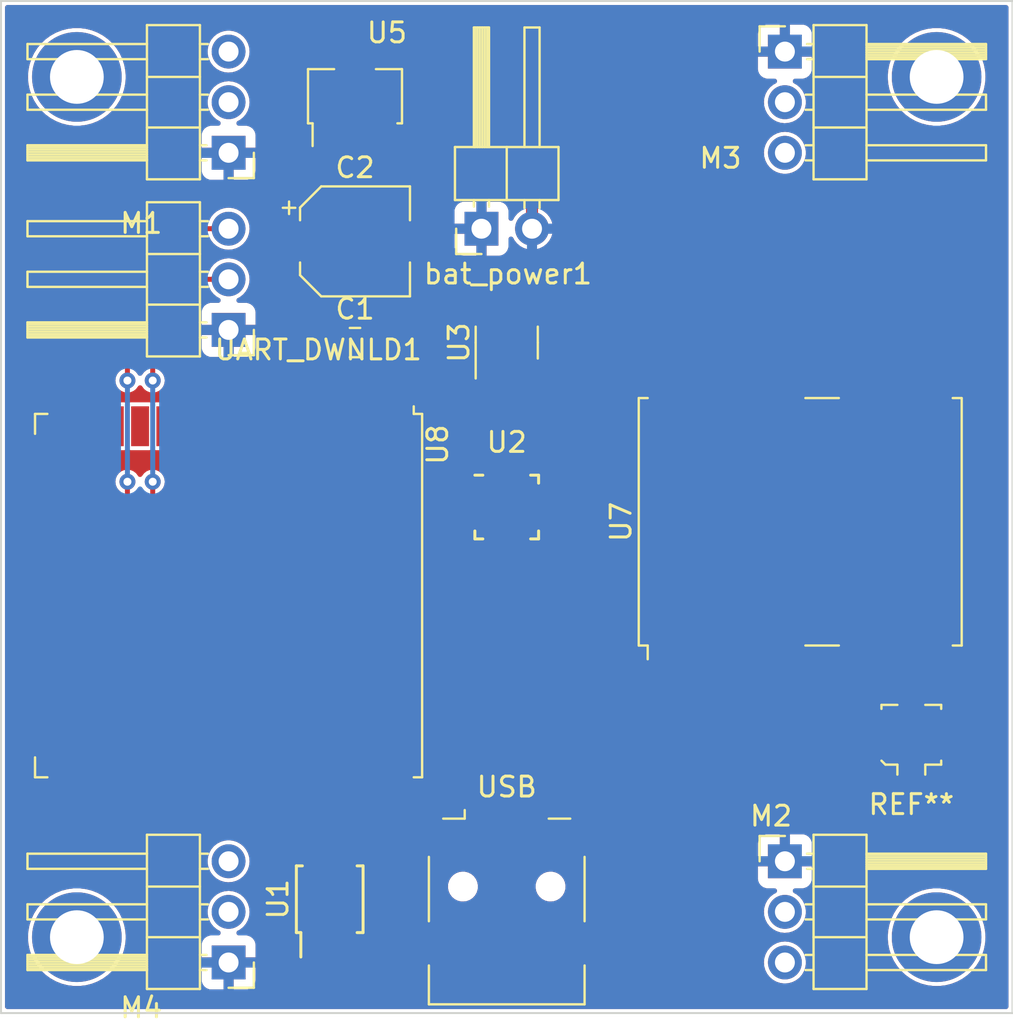
<source format=kicad_pcb>
(kicad_pcb (version 20211014) (generator pcbnew)
  (layers (0 "F.Cu" signal) (31 "B.Cu" signal) (34 "B.Paste" user) (35 "F.Paste" user) (36 "B.SilkS" user "B.Silkscreen") (37 "F.SilkS" user "F.Silkscreen") (38 "B.Mask" user) (39 "F.Mask" user) (44 "Edge.Cuts" user))
  (net 0 "")
  (net 6 "+3V3")
  (net 7 "GND")
  (net 17 "Net-(U7-Pad10)")
  (net 65 "v_bat")
  (net 66 "M1")
  (net 67 "M2")
  (net 68 "M3")
  (net 69 "M4")
  (net 70 "USB+")
  (net 71 "USB-")
  (net 72 "RX")
  (net 73 "TX")
  (net 91 "Net-(U2-Pad18)")
  (footprint "Connector_PinHeader_2.54mm:PinHeader_1x03_P2.54mm_Horizontal" (layer "F.Cu") (at 113.03 33.02 180)
    (fp_text reference "M1" (at 4.385 -3.54) (layer "F.SilkS"))
    (fp_text value "Conn_01x03")
    (fp_line (start 10.1 2.16) (end 10.1 2.92) (layer "F.SilkS") (width 0.12))
    (fp_line (start 4.1 -1.33) (end 1.44 -1.33) (layer "F.SilkS") (width 0.12))
    (fp_line (start 4.1 6.41) (end 4.1 -1.33) (layer "F.SilkS") (width 0.12))
    (fp_line (start 1.042929 2.92) (end 1.44 2.92) (layer "F.SilkS") (width 0.12))
    (fp_line (start 4.1 2.16) (end 10.1 2.16) (layer "F.SilkS") (width 0.12))
    (fp_line (start 1.11 0.38) (end 1.44 0.38) (layer "F.SilkS") (width 0.12))
    (fp_line (start 4.1 0.16) (end 10.1 0.16) (layer "F.SilkS") (width 0.12))
    (fp_line (start 10.1 2.92) (end 4.1 2.92) (layer "F.SilkS") (width 0.12))
    (fp_line (start 4.1 4.7) (end 10.1 4.7) (layer "F.SilkS") (width 0.12))
    (fp_line (start 1.042929 5.46) (end 1.44 5.46) (layer "F.SilkS") (width 0.12))
    (fp_line (start 10.1 5.46) (end 4.1 5.46) (layer "F.SilkS") (width 0.12))
    (fp_line (start 1.44 6.41) (end 4.1 6.41) (layer "F.SilkS") (width 0.12))
    (fp_line (start -1.27 -1.27) (end 0 -1.27) (layer "F.SilkS") (width 0.12))
    (fp_line (start 10.1 0.38) (end 4.1 0.38) (layer "F.SilkS") (width 0.12))
    (fp_line (start 4.1 0.28) (end 10.1 0.28) (layer "F.SilkS") (width 0.12))
    (fp_line (start 10.1 -0.38) (end 10.1 0.38) (layer "F.SilkS") (width 0.12))
    (fp_line (start 4.1 -0.38) (end 10.1 -0.38) (layer "F.SilkS") (width 0.12))
    (fp_line (start 1.44 1.27) (end 4.1 1.27) (layer "F.SilkS") (width 0.12))
    (fp_line (start 4.1 -0.08) (end 10.1 -0.08) (layer "F.SilkS") (width 0.12))
    (fp_line (start 4.1 0.04) (end 10.1 0.04) (layer "F.SilkS") (width 0.12))
    (fp_line (start 1.44 3.81) (end 4.1 3.81) (layer "F.SilkS") (width 0.12))
    (fp_line (start 4.1 -0.2) (end 10.1 -0.2) (layer "F.SilkS") (width 0.12))
    (fp_line (start 1.042929 4.7) (end 1.44 4.7) (layer "F.SilkS") (width 0.12))
    (fp_line (start 4.1 -0.32) (end 10.1 -0.32) (layer "F.SilkS") (width 0.12))
    (fp_line (start 10.1 4.7) (end 10.1 5.46) (layer "F.SilkS") (width 0.12))
    (fp_line (start 1.042929 2.16) (end 1.44 2.16) (layer "F.SilkS") (width 0.12))
    (fp_line (start 1.44 -1.33) (end 1.44 6.41) (layer "F.SilkS") (width 0.12))
    (fp_line (start -1.27 0) (end -1.27 -1.27) (layer "F.SilkS") (width 0.12))
    (fp_line (start 1.11 -0.38) (end 1.44 -0.38) (layer "F.SilkS") (width 0.12))
    (pad "1" thru_hole rect (at 0 0 180) (size 1.7 1.7) (drill 1) (layers *.Cu *.Mask) (net 7 "GND"))
    (pad "2" thru_hole oval (at 0 2.54 180) (size 1.7 1.7) (drill 1) (layers *.Cu *.Mask))
    (pad "3" thru_hole oval (at 0 5.08 180) (size 1.7 1.7) (drill 1) (layers *.Cu *.Mask) (net 66 "M1"))
  )
  (footprint "Connector_PinHeader_2.54mm:PinHeader_1x03_P2.54mm_Horizontal" (layer "F.Cu") (at 113.03 73.66 180)
    (fp_text reference "M4" (at 4.385 -2.27) (layer "F.SilkS"))
    (fp_text value "Conn_01x03")
    (fp_line (start 4.1 0.28) (end 10.1 0.28) (layer "F.SilkS") (width 0.12))
    (fp_line (start -1.27 0) (end -1.27 -1.27) (layer "F.SilkS") (width 0.12))
    (fp_line (start 1.042929 5.46) (end 1.44 5.46) (layer "F.SilkS") (width 0.12))
    (fp_line (start 10.1 0.38) (end 4.1 0.38) (layer "F.SilkS") (width 0.12))
    (fp_line (start 1.042929 4.7) (end 1.44 4.7) (layer "F.SilkS") (width 0.12))
    (fp_line (start 10.1 2.16) (end 10.1 2.92) (layer "F.SilkS") (width 0.12))
    (fp_line (start 1.44 6.41) (end 4.1 6.41) (layer "F.SilkS") (width 0.12))
    (fp_line (start 10.1 5.46) (end 4.1 5.46) (layer "F.SilkS") (width 0.12))
    (fp_line (start 1.11 -0.38) (end 1.44 -0.38) (layer "F.SilkS") (width 0.12))
    (fp_line (start 4.1 -0.2) (end 10.1 -0.2) (layer "F.SilkS") (width 0.12))
    (fp_line (start 4.1 -0.32) (end 10.1 -0.32) (layer "F.SilkS") (width 0.12))
    (fp_line (start 1.44 -1.33) (end 1.44 6.41) (layer "F.SilkS") (width 0.12))
    (fp_line (start -1.27 -1.27) (end 0 -1.27) (layer "F.SilkS") (width 0.12))
    (fp_line (start 4.1 2.16) (end 10.1 2.16) (layer "F.SilkS") (width 0.12))
    (fp_line (start 4.1 -1.33) (end 1.44 -1.33) (layer "F.SilkS") (width 0.12))
    (fp_line (start 10.1 4.7) (end 10.1 5.46) (layer "F.SilkS") (width 0.12))
    (fp_line (start 4.1 0.16) (end 10.1 0.16) (layer "F.SilkS") (width 0.12))
    (fp_line (start 1.44 1.27) (end 4.1 1.27) (layer "F.SilkS") (width 0.12))
    (fp_line (start 4.1 4.7) (end 10.1 4.7) (layer "F.SilkS") (width 0.12))
    (fp_line (start 10.1 2.92) (end 4.1 2.92) (layer "F.SilkS") (width 0.12))
    (fp_line (start 4.1 0.04) (end 10.1 0.04) (layer "F.SilkS") (width 0.12))
    (fp_line (start 4.1 -0.08) (end 10.1 -0.08) (layer "F.SilkS") (width 0.12))
    (fp_line (start 1.11 0.38) (end 1.44 0.38) (layer "F.SilkS") (width 0.12))
    (fp_line (start 10.1 -0.38) (end 10.1 0.38) (layer "F.SilkS") (width 0.12))
    (fp_line (start 1.44 3.81) (end 4.1 3.81) (layer "F.SilkS") (width 0.12))
    (fp_line (start 4.1 -0.38) (end 10.1 -0.38) (layer "F.SilkS") (width 0.12))
    (fp_line (start 1.042929 2.92) (end 1.44 2.92) (layer "F.SilkS") (width 0.12))
    (fp_line (start 1.042929 2.16) (end 1.44 2.16) (layer "F.SilkS") (width 0.12))
    (fp_line (start 4.1 6.41) (end 4.1 -1.33) (layer "F.SilkS") (width 0.12))
    (pad "1" thru_hole rect (at 0 0 180) (size 1.7 1.7) (drill 1) (layers *.Cu *.Mask) (net 7 "GND"))
    (pad "2" thru_hole oval (at 0 2.54 180) (size 1.7 1.7) (drill 1) (layers *.Cu *.Mask))
    (pad "3" thru_hole oval (at 0 5.08 180) (size 1.7 1.7) (drill 1) (layers *.Cu *.Mask) (net 69 "M4"))
  )
  (footprint "RF_Module:ESP32-WROOM-32U" (layer "F.Cu") (at 113.03 55.245 -90)
    (fp_text reference "U8" (at -7.58 -10.5 90) (layer "F.SilkS"))
    (fp_text value "ESP32-WROOM-32U")
    (fp_line (start 9.12 9.1) (end 9.12 9.72) (layer "F.SilkS") (width 0.12))
    (fp_line (start -9.12 -9.72) (end -9.12 -9.3) (layer "F.SilkS") (width 0.12))
    (fp_line (start 9.12 9.72) (end 8.12 9.72) (layer "F.SilkS") (width 0.12))
    (fp_line (start -9.12 9.72) (end -8.12 9.72) (layer "F.SilkS") (width 0.12))
    (fp_line (start -9.12 9.1) (end -9.12 9.72) (layer "F.SilkS") (width 0.12))
    (fp_line (start -9.12 -9.3) (end -9.5 -9.3) (layer "F.SilkS") (width 0.12))
    (fp_line (start 9.12 -9.72) (end 9.12 -9.3) (layer "F.SilkS") (width 0.12))
    (fp_line (start -9.12 -9.72) (end 9.12 -9.72) (layer "F.SilkS") (width 0.12))
    (pad "1" smd rect (at -8.5 -8.255 270) (size 2 0.9) (layers "F.Cu" "F.Paste" "F.Mask") (net 7 "GND"))
    (pad "2" smd rect (at -8.5 -6.985 270) (size 2 0.9) (layers "F.Cu" "F.Paste" "F.Mask") (net 6 "+3V3"))
    (pad "3" smd rect (at -8.5 -5.715 270) (size 2 0.9) (layers "F.Cu" "F.Paste" "F.Mask"))
    (pad "4" smd rect (at -8.5 -4.445 270) (size 2 0.9) (layers "F.Cu" "F.Paste" "F.Mask"))
    (pad "5" smd rect (at -8.5 -3.175 270) (size 2 0.9) (layers "F.Cu" "F.Paste" "F.Mask"))
    (pad "6" smd rect (at -8.5 -1.905 270) (size 2 0.9) (layers "F.Cu" "F.Paste" "F.Mask"))
    (pad "7" smd rect (at -8.5 -0.635 270) (size 2 0.9) (layers "F.Cu" "F.Paste" "F.Mask"))
    (pad "8" smd rect (at -8.5 0.635 270) (size 2 0.9) (layers "F.Cu" "F.Paste" "F.Mask"))
    (pad "9" smd rect (at -8.5 1.905 270) (size 2 0.9) (layers "F.Cu" "F.Paste" "F.Mask"))
    (pad "10" smd rect (at -8.5 3.175 270) (size 2 0.9) (layers "F.Cu" "F.Paste" "F.Mask"))
    (pad "11" smd rect (at -8.5 4.445 270) (size 2 0.9) (layers "F.Cu" "F.Paste" "F.Mask"))
    (pad "12" smd rect (at -8.5 5.715 270) (size 2 0.9) (layers "F.Cu" "F.Paste" "F.Mask"))
    (pad "13" smd rect (at -8.5 6.985 270) (size 2 0.9) (layers "F.Cu" "F.Paste" "F.Mask"))
    (pad "14" smd rect (at -8.5 8.255 270) (size 2 0.9) (layers "F.Cu" "F.Paste" "F.Mask"))
    (pad "15" smd rect (at -5.715 9.255 180) (size 2 0.9) (layers "F.Cu" "F.Paste" "F.Mask") (net 7 "GND"))
    (pad "16" smd rect (at -4.445 9.255) (size 2 0.9) (layers "F.Cu" "F.Paste" "F.Mask"))
    (pad "17" smd rect (at -3.175 9.255) (size 2 0.9) (layers "F.Cu" "F.Paste" "F.Mask"))
    (pad "18" smd rect (at -1.905 9.255) (size 2 0.9) (layers "F.Cu" "F.Paste" "F.Mask"))
    (pad "19" smd rect (at -0.635 9.255) (size 2 0.9) (layers "F.Cu" "F.Paste" "F.Mask"))
    (pad "20" smd rect (at 0.635 9.255) (size 2 0.9) (layers "F.Cu" "F.Paste" "F.Mask"))
    (pad "21" smd rect (at 1.905 9.255) (size 2 0.9) (layers "F.Cu" "F.Paste" "F.Mask"))
    (pad "22" smd rect (at 3.175 9.255) (size 2 0.9) (layers "F.Cu" "F.Paste" "F.Mask"))
    (pad "23" smd rect (at 4.445 9.255) (size 2 0.9) (layers "F.Cu" "F.Paste" "F.Mask"))
    (pad "24" smd rect (at 5.715 9.255) (size 2 0.9) (layers "F.Cu" "F.Paste" "F.Mask"))
    (pad "25" smd rect (at 8.5 8.255 270) (size 2 0.9) (layers "F.Cu" "F.Paste" "F.Mask"))
    (pad "26" smd rect (at 8.5 6.985 270) (size 2 0.9) (layers "F.Cu" "F.Paste" "F.Mask"))
    (pad "27" smd rect (at 8.5 5.715 270) (size 2 0.9) (layers "F.Cu" "F.Paste" "F.Mask"))
    (pad "28" smd rect (at 8.5 4.445 270) (size 2 0.9) (layers "F.Cu" "F.Paste" "F.Mask"))
    (pad "29" smd rect (at 8.5 3.175 270) (size 2 0.9) (layers "F.Cu" "F.Paste" "F.Mask"))
    (pad "30" smd rect (at 8.5 1.905 270) (size 2 0.9) (layers "F.Cu" "F.Paste" "F.Mask"))
    (pad "31" smd rect (at 8.5 0.635 270) (size 2 0.9) (layers "F.Cu" "F.Paste" "F.Mask"))
    (pad "32" smd rect (at 8.5 -0.635 270) (size 2 0.9) (layers "F.Cu" "F.Paste" "F.Mask"))
    (pad "33" smd rect (at 8.5 -1.905 270) (size 2 0.9) (layers "F.Cu" "F.Paste" "F.Mask"))
    (pad "34" smd rect (at 8.5 -3.175 270) (size 2 0.9) (layers "F.Cu" "F.Paste" "F.Mask") (net 72 "RX"))
    (pad "35" smd rect (at 8.5 -4.445 270) (size 2 0.9) (layers "F.Cu" "F.Paste" "F.Mask") (net 73 "TX"))
    (pad "36" smd rect (at 8.5 -5.715 270) (size 2 0.9) (layers "F.Cu" "F.Paste" "F.Mask"))
    (pad "37" smd rect (at 8.5 -6.985 270) (size 2 0.9) (layers "F.Cu" "F.Paste" "F.Mask"))
    (pad "38" smd rect (at 8.5 -8.255 270) (size 2 0.9) (layers "F.Cu" "F.Paste" "F.Mask") (net 7 "GND"))
    (pad "39" smd rect (at -1 -0.755 270) (size 5 5) (layers "F.Cu" "F.Paste" "F.Mask") (net 7 "GND"))
  )
  (footprint "MountingHole:MountingHole_2.7mm_M2.5_ISO14580_Pad" (layer "F.Cu") (at 105.41 29.21)
    (fp_text reference "REF**" hide)
    (fp_text value "MountingHole_2.7mm_M2.5_ISO14580_Pad")
    (pad "1" thru_hole circle (at 0 0) (size 4.5 4.5) (drill 2.7) (layers *.Cu *.Mask))
  )
  (footprint "Connector_PinHeader_2.54mm:PinHeader_1x02_P2.54mm_Horizontal" (layer "F.Cu") (at 125.73 36.83 90)
    (fp_text reference "bat_power1" (at -2.27 1.33 180) (layer "F.SilkS"))
    (fp_text value "Conn_01x02")
    (fp_line (start 1.44 1.27) (end 4.1 1.27) (layer "F.SilkS") (width 0.12))
    (fp_line (start 1.11 0.38) (end 1.44 0.38) (layer "F.SilkS") (width 0.12))
    (fp_line (start 1.44 3.87) (end 4.1 3.87) (layer "F.SilkS") (width 0.12))
    (fp_line (start 4.1 3.87) (end 4.1 -1.33) (layer "F.SilkS") (width 0.12))
    (fp_line (start 1.042929 2.16) (end 1.44 2.16) (layer "F.SilkS") (width 0.12))
    (fp_line (start 10.1 2.16) (end 10.1 2.92) (layer "F.SilkS") (width 0.12))
    (fp_line (start 4.1 -0.08) (end 10.1 -0.08) (layer "F.SilkS") (width 0.12))
    (fp_line (start 4.1 -0.2) (end 10.1 -0.2) (layer "F.SilkS") (width 0.12))
    (fp_line (start -1.27 -1.27) (end 0 -1.27) (layer "F.SilkS") (width 0.12))
    (fp_line (start 10.1 -0.38) (end 10.1 0.38) (layer "F.SilkS") (width 0.12))
    (fp_line (start 10.1 0.38) (end 4.1 0.38) (layer "F.SilkS") (width 0.12))
    (fp_line (start 4.1 -0.38) (end 10.1 -0.38) (layer "F.SilkS") (width 0.12))
    (fp_line (start 4.1 0.28) (end 10.1 0.28) (layer "F.SilkS") (width 0.12))
    (fp_line (start 1.44 -1.33) (end 1.44 3.87) (layer "F.SilkS") (width 0.12))
    (fp_line (start 4.1 -0.32) (end 10.1 -0.32) (layer "F.SilkS") (width 0.12))
    (fp_line (start 10.1 2.92) (end 4.1 2.92) (layer "F.SilkS") (width 0.12))
    (fp_line (start 4.1 0.16) (end 10.1 0.16) (layer "F.SilkS") (width 0.12))
    (fp_line (start 4.1 0.04) (end 10.1 0.04) (layer "F.SilkS") (width 0.12))
    (fp_line (start 4.1 2.16) (end 10.1 2.16) (layer "F.SilkS") (width 0.12))
    (fp_line (start 4.1 -1.33) (end 1.44 -1.33) (layer "F.SilkS") (width 0.12))
    (fp_line (start 1.042929 2.92) (end 1.44 2.92) (layer "F.SilkS") (width 0.12))
    (fp_line (start 1.11 -0.38) (end 1.44 -0.38) (layer "F.SilkS") (width 0.12))
    (fp_line (start -1.27 0) (end -1.27 -1.27) (layer "F.SilkS") (width 0.12))
    (pad "1" thru_hole rect (at 0 0 90) (size 1.7 1.7) (drill 1) (layers *.Cu *.Mask) (net 7 "GND"))
    (pad "2" thru_hole oval (at 0 2.54 90) (size 1.7 1.7) (drill 1) (layers *.Cu *.Mask) (net 65 "v_bat"))
  )
  (footprint "Sensor_Motion:InvenSense_QFN-24_3x3mm_P0.4mm" (layer "F.Cu") (at 127 50.8)
    (fp_text reference "U2" (at 0 -3.25) (layer "F.SilkS"))
    (fp_text value "ICM-20948")
    (fp_line (start 1.6 1.6) (end 1.2 1.6) (layer "F.SilkS") (width 0.15))
    (fp_line (start -1.6 1.6) (end -1.6 1.2) (layer "F.SilkS") (width 0.15))
    (fp_line (start -1.6 -1.6) (end -1.2 -1.6) (layer "F.SilkS") (width 0.15))
    (fp_line (start -1.6 1.6) (end -1.2 1.6) (layer "F.SilkS") (width 0.15))
    (fp_line (start 1.6 -1.6) (end 1.6 -1.2) (layer "F.SilkS") (width 0.15))
    (fp_line (start 1.6 -1.6) (end 1.2 -1.6) (layer "F.SilkS") (width 0.15))
    (fp_line (start 1.6 1.6) (end 1.6 1.2) (layer "F.SilkS") (width 0.15))
    (pad "1" smd roundrect (at -1.5 -1) (size 0.55 0.2) (layers "F.Cu" "F.Paste" "F.Mask"))
    (pad "2" smd roundrect (at -1.5 -0.6) (size 0.55 0.2) (layers "F.Cu" "F.Paste" "F.Mask"))
    (pad "3" smd roundrect (at -1.5 -0.2) (size 0.55 0.2) (layers "F.Cu" "F.Paste" "F.Mask"))
    (pad "4" smd roundrect (at -1.5 0.2) (size 0.55 0.2) (layers "F.Cu" "F.Paste" "F.Mask"))
    (pad "5" smd roundrect (at -1.5 0.6) (size 0.55 0.2) (layers "F.Cu" "F.Paste" "F.Mask"))
    (pad "6" smd roundrect (at -1.5 1) (size 0.55 0.2) (layers "F.Cu" "F.Paste" "F.Mask"))
    (pad "7" smd roundrect (at -1 1.5 90) (size 0.55 0.2) (layers "F.Cu" "F.Paste" "F.Mask"))
    (pad "8" smd roundrect (at -0.6 1.5 90) (size 0.55 0.2) (layers "F.Cu" "F.Paste" "F.Mask"))
    (pad "9" smd roundrect (at -0.2 1.5 90) (size 0.55 0.2) (layers "F.Cu" "F.Paste" "F.Mask"))
    (pad "10" smd roundrect (at 0.2 1.5 90) (size 0.55 0.2) (layers "F.Cu" "F.Paste" "F.Mask"))
    (pad "11" smd roundrect (at 0.6 1.5 90) (size 0.55 0.2) (layers "F.Cu" "F.Paste" "F.Mask"))
    (pad "12" smd roundrect (at 1 1.5 90) (size 0.55 0.2) (layers "F.Cu" "F.Paste" "F.Mask"))
    (pad "13" smd roundrect (at 1.5 1) (size 0.55 0.2) (layers "F.Cu" "F.Paste" "F.Mask"))
    (pad "14" smd roundrect (at 1.5 0.6) (size 0.55 0.2) (layers "F.Cu" "F.Paste" "F.Mask"))
    (pad "15" smd roundrect (at 1.5 0.2) (size 0.55 0.2) (layers "F.Cu" "F.Paste" "F.Mask"))
    (pad "16" smd roundrect (at 1.5 -0.2) (size 0.55 0.2) (layers "F.Cu" "F.Paste" "F.Mask"))
    (pad "17" smd roundrect (at 1.5 -0.6) (size 0.55 0.2) (layers "F.Cu" "F.Paste" "F.Mask"))
    (pad "18" smd roundrect (at 1.5 -1) (size 0.55 0.2) (layers "F.Cu" "F.Paste" "F.Mask") (net 91 "Net-(U2-Pad18)"))
    (pad "19" smd roundrect (at 1 -1.5 90) (size 0.55 0.2) (layers "F.Cu" "F.Paste" "F.Mask"))
    (pad "20" smd roundrect (at 0.6 -1.5 90) (size 0.55 0.2) (layers "F.Cu" "F.Paste" "F.Mask") (net 91 "Net-(U2-Pad18)"))
    (pad "21" smd roundrect (at 0.2 -1.5 90) (size 0.55 0.2) (layers "F.Cu" "F.Paste" "F.Mask"))
    (pad "22" smd roundrect (at -0.2 -1.5 90) (size 0.55 0.2) (layers "F.Cu" "F.Paste" "F.Mask"))
    (pad "23" smd roundrect (at -0.6 -1.5 90) (size 0.55 0.2) (layers "F.Cu" "F.Paste" "F.Mask"))
    (pad "24" smd roundrect (at -1 -1.5 90) (size 0.55 0.2) (layers "F.Cu" "F.Paste" "F.Mask"))
    (zone (net 0) (net_name "") (layer "F.Cu") (connect_pads (clearance 0)) (min_thickness 0.254)
      (keepout (tracks not_allowed) (vias not_allowed) (pads not_allowed) (copperpour not_allowed) (footprints allowed))
      (fill (thermal_gap 0.508) (thermal_bridge_width 0.508))
      (polygon (pts (xy 126.125 50.005) (xy 127.875 50.005) (xy 127.875 51.595) (xy 126.125 51.595)))
    )
  )
  (footprint "Capacitor_SMD:C_0805_2012Metric" (layer "F.Cu") (at 119.38 42.545)
    (fp_text reference "C1" (at 0 -1.68) (layer "F.SilkS"))
    (fp_text value "0.1uF")
    (fp_line (start -0.261252 0.735) (end 0.261252 0.735) (layer "F.SilkS") (width 0.12))
    (fp_line (start -0.261252 -0.735) (end 0.261252 -0.735) (layer "F.SilkS") (width 0.12))
    (pad "1" smd roundrect (at -0.95 0) (size 1 1.45) (layers "F.Cu" "F.Paste" "F.Mask") (net 6 "+3V3"))
    (pad "2" smd roundrect (at 0.95 0) (size 1 1.45) (layers "F.Cu" "F.Paste" "F.Mask") (net 7 "GND"))
  )
  (footprint "Connector_PinHeader_2.54mm:PinHeader_1x03_P2.54mm_Horizontal" (layer "F.Cu") (at 140.97 27.94)
    (fp_text reference "M3" (at -3.235 5.35) (layer "F.SilkS"))
    (fp_text value "Conn_01x03")
    (fp_line (start 4.1 0.28) (end 10.1 0.28) (layer "F.SilkS") (width 0.12))
    (fp_line (start 10.1 2.92) (end 4.1 2.92) (layer "F.SilkS") (width 0.12))
    (fp_line (start 1.11 -0.38) (end 1.44 -0.38) (layer "F.SilkS") (width 0.12))
    (fp_line (start 4.1 6.41) (end 4.1 -1.33) (layer "F.SilkS") (width 0.12))
    (fp_line (start 4.1 -0.2) (end 10.1 -0.2) (layer "F.SilkS") (width 0.12))
    (fp_line (start -1.27 -1.27) (end 0 -1.27) (layer "F.SilkS") (width 0.12))
    (fp_line (start 1.44 -1.33) (end 1.44 6.41) (layer "F.SilkS") (width 0.12))
    (fp_line (start 1.042929 4.7) (end 1.44 4.7) (layer "F.SilkS") (width 0.12))
    (fp_line (start 4.1 -0.08) (end 10.1 -0.08) (layer "F.SilkS") (width 0.12))
    (fp_line (start 10.1 -0.38) (end 10.1 0.38) (layer "F.SilkS") (width 0.12))
    (fp_line (start 1.042929 2.16) (end 1.44 2.16) (layer "F.SilkS") (width 0.12))
    (fp_line (start 4.1 4.7) (end 10.1 4.7) (layer "F.SilkS") (width 0.12))
    (fp_line (start -1.27 0) (end -1.27 -1.27) (layer "F.SilkS") (width 0.12))
    (fp_line (start 1.042929 5.46) (end 1.44 5.46) (layer "F.SilkS") (width 0.12))
    (fp_line (start 1.11 0.38) (end 1.44 0.38) (layer "F.SilkS") (width 0.12))
    (fp_line (start 10.1 2.16) (end 10.1 2.92) (layer "F.SilkS") (width 0.12))
    (fp_line (start 1.44 1.27) (end 4.1 1.27) (layer "F.SilkS") (width 0.12))
    (fp_line (start 4.1 2.16) (end 10.1 2.16) (layer "F.SilkS") (width 0.12))
    (fp_line (start 4.1 -1.33) (end 1.44 -1.33) (layer "F.SilkS") (width 0.12))
    (fp_line (start 4.1 -0.32) (end 10.1 -0.32) (layer "F.SilkS") (width 0.12))
    (fp_line (start 1.44 3.81) (end 4.1 3.81) (layer "F.SilkS") (width 0.12))
    (fp_line (start 1.042929 2.92) (end 1.44 2.92) (layer "F.SilkS") (width 0.12))
    (fp_line (start 10.1 5.46) (end 4.1 5.46) (layer "F.SilkS") (width 0.12))
    (fp_line (start 4.1 0.16) (end 10.1 0.16) (layer "F.SilkS") (width 0.12))
    (fp_line (start 4.1 -0.38) (end 10.1 -0.38) (layer "F.SilkS") (width 0.12))
    (fp_line (start 10.1 4.7) (end 10.1 5.46) (layer "F.SilkS") (width 0.12))
    (fp_line (start 10.1 0.38) (end 4.1 0.38) (layer "F.SilkS") (width 0.12))
    (fp_line (start 4.1 0.04) (end 10.1 0.04) (layer "F.SilkS") (width 0.12))
    (fp_line (start 1.44 6.41) (end 4.1 6.41) (layer "F.SilkS") (width 0.12))
    (pad "1" thru_hole rect (at 0 0) (size 1.7 1.7) (drill 1) (layers *.Cu *.Mask) (net 7 "GND"))
    (pad "2" thru_hole oval (at 0 2.54) (size 1.7 1.7) (drill 1) (layers *.Cu *.Mask))
    (pad "3" thru_hole oval (at 0 5.08) (size 1.7 1.7) (drill 1) (layers *.Cu *.Mask) (net 68 "M3"))
  )
  (footprint "Capacitor_SMD:CP_Elec_5x3" (layer "F.Cu") (at 119.38 37.465)
    (fp_text reference "C2" (at 0 -3.7) (layer "F.SilkS"))
    (fp_text value "10uF")
    (fp_line (start -1.695563 2.76) (end 2.76 2.76) (layer "F.SilkS") (width 0.12))
    (fp_line (start -2.76 -1.695563) (end -1.695563 -2.76) (layer "F.SilkS") (width 0.12))
    (fp_line (start -1.695563 -2.76) (end 2.76 -2.76) (layer "F.SilkS") (width 0.12))
    (fp_line (start -2.76 1.695563) (end -1.695563 2.76) (layer "F.SilkS") (width 0.12))
    (fp_line (start 2.76 -2.76) (end 2.76 -1.06) (layer "F.SilkS") (width 0.12))
    (fp_line (start -2.76 -1.695563) (end -2.76 -1.06) (layer "F.SilkS") (width 0.12))
    (fp_line (start -2.76 1.695563) (end -2.76 1.06) (layer "F.SilkS") (width 0.12))
    (fp_line (start 2.76 2.76) (end 2.76 1.06) (layer "F.SilkS") (width 0.12))
    (fp_line (start -3.3125 -1.9975) (end -3.3125 -1.3725) (layer "F.SilkS") (width 0.12))
    (fp_line (start -3.625 -1.685) (end -3 -1.685) (layer "F.SilkS") (width 0.12))
    (pad "1" smd roundrect (at -2.2 0) (size 3 1.6) (layers "F.Cu" "F.Paste" "F.Mask") (roundrect_rratio 0.15625) (net 6 "+3V3"))
    (pad "2" smd roundrect (at 2.2 0) (size 3 1.6) (layers "F.Cu" "F.Paste" "F.Mask") (roundrect_rratio 0.15625) (net 7 "GND"))
  )
  (footprint "" (layer "F.Cu") (at 148.59 29.21)
    (fp_text reference "" (at 0 0) (layer "F.SilkS") (effects (font (size 1.27 1.27))))
    (fp_text value "" (at 0 0) (layer "F.SilkS") (effects (font (size 1.27 1.27))))
    (pad "1" thru_hole circle (at 0 0) (size 4.5 4.5) (drill 2.7) (layers *.Cu *.Mask))
  )
  (footprint "Connector_PinHeader_2.54mm:PinHeader_1x03_P2.54mm_Horizontal" (layer "F.Cu") (at 113.03 41.91 180)
    (fp_text reference "UART_DWNLD1" (at -4.505 -1) (layer "F.SilkS"))
    (fp_text value "Conn_01x03")
    (fp_line (start 4.1 0.16) (end 10.1 0.16) (layer "F.SilkS") (width 0.12))
    (fp_line (start 4.1 6.41) (end 4.1 -1.33) (layer "F.SilkS") (width 0.12))
    (fp_line (start 4.1 0.04) (end 10.1 0.04) (layer "F.SilkS") (width 0.12))
    (fp_line (start 4.1 2.16) (end 10.1 2.16) (layer "F.SilkS") (width 0.12))
    (fp_line (start 1.042929 2.92) (end 1.44 2.92) (layer "F.SilkS") (width 0.12))
    (fp_line (start 4.1 -0.32) (end 10.1 -0.32) (layer "F.SilkS") (width 0.12))
    (fp_line (start 1.042929 4.7) (end 1.44 4.7) (layer "F.SilkS") (width 0.12))
    (fp_line (start 10.1 2.92) (end 4.1 2.92) (layer "F.SilkS") (width 0.12))
    (fp_line (start 4.1 -0.38) (end 10.1 -0.38) (layer "F.SilkS") (width 0.12))
    (fp_line (start 4.1 -0.08) (end 10.1 -0.08) (layer "F.SilkS") (width 0.12))
    (fp_line (start 1.11 0.38) (end 1.44 0.38) (layer "F.SilkS") (width 0.12))
    (fp_line (start 1.11 -0.38) (end 1.44 -0.38) (layer "F.SilkS") (width 0.12))
    (fp_line (start 10.1 0.38) (end 4.1 0.38) (layer "F.SilkS") (width 0.12))
    (fp_line (start 10.1 4.7) (end 10.1 5.46) (layer "F.SilkS") (width 0.12))
    (fp_line (start -1.27 -1.27) (end 0 -1.27) (layer "F.SilkS") (width 0.12))
    (fp_line (start 4.1 4.7) (end 10.1 4.7) (layer "F.SilkS") (width 0.12))
    (fp_line (start -1.27 0) (end -1.27 -1.27) (layer "F.SilkS") (width 0.12))
    (fp_line (start 1.44 1.27) (end 4.1 1.27) (layer "F.SilkS") (width 0.12))
    (fp_line (start 4.1 -1.33) (end 1.44 -1.33) (layer "F.SilkS") (width 0.12))
    (fp_line (start 10.1 -0.38) (end 10.1 0.38) (layer "F.SilkS") (width 0.12))
    (fp_line (start 1.042929 5.46) (end 1.44 5.46) (layer "F.SilkS") (width 0.12))
    (fp_line (start 1.44 3.81) (end 4.1 3.81) (layer "F.SilkS") (width 0.12))
    (fp_line (start 10.1 5.46) (end 4.1 5.46) (layer "F.SilkS") (width 0.12))
    (fp_line (start 1.042929 2.16) (end 1.44 2.16) (layer "F.SilkS") (width 0.12))
    (fp_line (start 4.1 0.28) (end 10.1 0.28) (layer "F.SilkS") (width 0.12))
    (fp_line (start 1.44 -1.33) (end 1.44 6.41) (layer "F.SilkS") (width 0.12))
    (fp_line (start 10.1 2.16) (end 10.1 2.92) (layer "F.SilkS") (width 0.12))
    (fp_line (start 1.44 6.41) (end 4.1 6.41) (layer "F.SilkS") (width 0.12))
    (fp_line (start 4.1 -0.2) (end 10.1 -0.2) (layer "F.SilkS") (width 0.12))
    (pad "1" thru_hole rect (at 0 0 180) (size 1.7 1.7) (drill 1) (layers *.Cu *.Mask) (net 7 "GND"))
    (pad "2" thru_hole oval (at 0 2.54 180) (size 1.7 1.7) (drill 1) (layers *.Cu *.Mask) (net 73 "TX"))
    (pad "3" thru_hole oval (at 0 5.08 180) (size 1.7 1.7) (drill 1) (layers *.Cu *.Mask) (net 72 "RX"))
  )
  (footprint "Package_TO_SOT_SMD:SOT-89-3" (layer "F.Cu") (at 119.38 30.48 90)
    (fp_text reference "U5" (at 3.485 1.605 180) (layer "F.SilkS"))
    (fp_text value "L78L33_SOT89")
    (fp_line (start -1.06 -2.36) (end -1.06 -2.13) (layer "F.SilkS") (width 0.12))
    (fp_line (start -2.2 -2.13) (end -1.06 -2.13) (layer "F.SilkS") (width 0.12))
    (fp_line (start -1.06 2.36) (end -1.06 2.13) (layer "F.SilkS") (width 0.12))
    (fp_line (start 1.66 1.05) (end 1.66 2.36) (layer "F.SilkS") (width 0.12))
    (fp_line (start -1.06 -2.36) (end 1.66 -2.36) (layer "F.SilkS") (width 0.12))
    (fp_line (start 1.66 -2.36) (end 1.66 -1.05) (layer "F.SilkS") (width 0.12))
    (fp_line (start 1.66 2.36) (end -1.06 2.36) (layer "F.SilkS") (width 0.12))
    (pad "1" smd rect (at -1.65 -1.5 90) (size 1.3 0.9) (layers "F.Cu" "F.Paste" "F.Mask") (net 6 "+3V3"))
    (pad "2" smd custom (at -1.5625 0 90) (size 1.475 0.9) (layers "F.Cu" "F.Paste" "F.Mask") (net 7 "GND") (options (clearance outline) (anchor rect)) (primitives (gr_poly (pts (xy 3.8625 0.8665) (xy 0.7375 0.8665) (xy 0.7375 -0.8665) (xy 3.8625 -0.8665)) (width 0) (fill yes))))
    (pad "3" smd rect (at -1.65 1.5 90) (size 1.3 0.9) (layers "F.Cu" "F.Paste" "F.Mask") (net 65 "v_bat"))
  )
  (footprint "RF_GPS:ublox_NEO" (layer "F.Cu") (at 141.74 51.54 90)
    (fp_text reference "U7" (at 0 -9 90) (layer "F.SilkS"))
    (fp_text value "NEO-M8N")
    (fp_line (start 6.21 7.66) (end 6.21 8.1) (layer "F.SilkS") (width 0.12))
    (fp_line (start -6.21 7.66) (end -6.21 8.11) (layer "F.SilkS") (width 0.12))
    (fp_line (start -6.9 -7.66) (end -6.21 -7.66) (layer "F.SilkS") (width 0.12))
    (fp_line (start 6.21 -8.11) (end 6.21 -7.66) (layer "F.SilkS") (width 0.12))
    (fp_line (start -6.21 -8.11) (end 6.21 -8.11) (layer "F.SilkS") (width 0.12))
    (fp_line (start 6.21 0.26) (end 6.21 1.94) (layer "F.SilkS") (width 0.12))
    (fp_line (start -6.21 -8.11) (end -6.21 -7.66) (layer "F.SilkS") (width 0.12))
    (fp_line (start -6.21 0.26) (end -6.21 1.94) (layer "F.SilkS") (width 0.12))
    (fp_line (start -6.21 8.11) (end 6.21 8.11) (layer "F.SilkS") (width 0.12))
    (pad "1" smd roundrect (at -6 -7 90) (size 1.8 0.8) (layers "F.Cu" "F.Paste" "F.Mask"))
    (pad "2" smd roundrect (at -6 -5.9 90) (size 1.8 0.8) (layers "F.Cu" "F.Paste" "F.Mask"))
    (pad "3" smd roundrect (at -6 -4.8 90) (size 1.8 0.8) (layers "F.Cu" "F.Paste" "F.Mask"))
    (pad "4" smd roundrect (at -6 -3.7 90) (size 1.8 0.8) (layers "F.Cu" "F.Paste" "F.Mask"))
    (pad "5" smd roundrect (at -6 -2.6 90) (size 1.8 0.8) (layers "F.Cu" "F.Paste" "F.Mask"))
    (pad "6" smd roundrect (at -6 -1.5 90) (size 1.8 0.8) (layers "F.Cu" "F.Paste" "F.Mask"))
    (pad "7" smd roundrect (at -6 -0.4 90) (size 1.8 0.8) (layers "F.Cu" "F.Paste" "F.Mask"))
    (pad "8" smd roundrect (at -6 2.6 90) (size 1.8 0.8) (layers "F.Cu" "F.Paste" "F.Mask"))
    (pad "9" smd roundrect (at -6 3.7 90) (size 1.8 0.8) (layers "F.Cu" "F.Paste" "F.Mask"))
    (pad "10" smd roundrect (at -6 4.8 90) (size 1.8 0.8) (layers "F.Cu" "F.Paste" "F.Mask") (net 17 "Net-(U7-Pad10)"))
    (pad "11" smd roundrect (at -6 5.9 90) (size 1.8 0.8) (layers "F.Cu" "F.Paste" "F.Mask"))
    (pad "12" smd roundrect (at -6 7 90) (size 1.8 0.8) (layers "F.Cu" "F.Paste" "F.Mask") (net 17 "Net-(U7-Pad10)"))
    (pad "13" smd roundrect (at 6 7 90) (size 1.8 0.8) (layers "F.Cu" "F.Paste" "F.Mask") (net 17 "Net-(U7-Pad10)"))
    (pad "14" smd roundrect (at 6 5.9 90) (size 1.8 0.8) (layers "F.Cu" "F.Paste" "F.Mask"))
    (pad "15" smd roundrect (at 6 4.8 90) (size 1.8 0.8) (layers "F.Cu" "F.Paste" "F.Mask"))
    (pad "16" smd roundrect (at 6 3.7 90) (size 1.8 0.8) (layers "F.Cu" "F.Paste" "F.Mask"))
    (pad "17" smd roundrect (at 6 2.6 90) (size 1.8 0.8) (layers "F.Cu" "F.Paste" "F.Mask"))
    (pad "18" smd roundrect (at 6 -0.4 90) (size 1.8 0.8) (layers "F.Cu" "F.Paste" "F.Mask"))
    (pad "19" smd roundrect (at 6 -1.5 90) (size 1.8 0.8) (layers "F.Cu" "F.Paste" "F.Mask"))
    (pad "20" smd roundrect (at 6 -2.6 90) (size 1.8 0.8) (layers "F.Cu" "F.Paste" "F.Mask"))
    (pad "21" smd roundrect (at 6 -3.7 90) (size 1.8 0.8) (layers "F.Cu" "F.Paste" "F.Mask"))
    (pad "22" smd roundrect (at 6 -4.8 90) (size 1.8 0.8) (layers "F.Cu" "F.Paste" "F.Mask"))
    (pad "23" smd roundrect (at 6 -5.9 90) (size 1.8 0.8) (layers "F.Cu" "F.Paste" "F.Mask"))
    (pad "24" smd roundrect (at 6 -7 90) (size 1.8 0.8) (layers "F.Cu" "F.Paste" "F.Mask") (net 17 "Net-(U7-Pad10)"))
  )
  (footprint "Package_TO_SOT_SMD:SOT-23-5" (layer "F.Cu") (at 127 42.545 90)
    (fp_text reference "U3" (at 0 -2.4 90) (layer "F.SilkS"))
    (fp_text value "TLV70018_SOT23-5")
    (fp_line (start 0 -1.56) (end -1.8 -1.56) (layer "F.SilkS") (width 0.12))
    (fp_line (start 0 1.56) (end 0.8 1.56) (layer "F.SilkS") (width 0.12))
    (fp_line (start 0 -1.56) (end 0.8 -1.56) (layer "F.SilkS") (width 0.12))
    (fp_line (start 0 1.56) (end -0.8 1.56) (layer "F.SilkS") (width 0.12))
    (pad "1" smd roundrect (at -1.1375 -0.95 90) (size 1.325 0.6) (layers "F.Cu" "F.Paste" "F.Mask"))
    (pad "2" smd roundrect (at -1.1375 0 90) (size 1.325 0.6) (layers "F.Cu" "F.Paste" "F.Mask"))
    (pad "3" smd roundrect (at -1.1375 0.95 90) (size 1.325 0.6) (layers "F.Cu" "F.Paste" "F.Mask"))
    (pad "4" smd roundrect (at 1.1375 0.95 90) (size 1.325 0.6) (layers "F.Cu" "F.Paste" "F.Mask"))
    (pad "5" smd roundrect (at 1.1375 -0.95 90) (size 1.325 0.6) (layers "F.Cu" "F.Paste" "F.Mask"))
  )
  (footprint "Connector_PinHeader_2.54mm:PinHeader_1x03_P2.54mm_Horizontal" (layer "F.Cu") (at 140.97 68.58)
    (fp_text reference "M2" (at -0.695 -2.27) (layer "F.SilkS"))
    (fp_text value "Conn_01x03")
    (fp_line (start 1.44 1.27) (end 4.1 1.27) (layer "F.SilkS") (width 0.12))
    (fp_line (start 10.1 0.38) (end 4.1 0.38) (layer "F.SilkS") (width 0.12))
    (fp_line (start 4.1 -0.38) (end 10.1 -0.38) (layer "F.SilkS") (width 0.12))
    (fp_line (start 4.1 2.16) (end 10.1 2.16) (layer "F.SilkS") (width 0.12))
    (fp_line (start 10.1 -0.38) (end 10.1 0.38) (layer "F.SilkS") (width 0.12))
    (fp_line (start 4.1 0.04) (end 10.1 0.04) (layer "F.SilkS") (width 0.12))
    (fp_line (start 10.1 2.16) (end 10.1 2.92) (layer "F.SilkS") (width 0.12))
    (fp_line (start 4.1 6.41) (end 4.1 -1.33) (layer "F.SilkS") (width 0.12))
    (fp_line (start 4.1 -0.2) (end 10.1 -0.2) (layer "F.SilkS") (width 0.12))
    (fp_line (start 4.1 0.16) (end 10.1 0.16) (layer "F.SilkS") (width 0.12))
    (fp_line (start 1.042929 5.46) (end 1.44 5.46) (layer "F.SilkS") (width 0.12))
    (fp_line (start 1.44 3.81) (end 4.1 3.81) (layer "F.SilkS") (width 0.12))
    (fp_line (start 4.1 4.7) (end 10.1 4.7) (layer "F.SilkS") (width 0.12))
    (fp_line (start 4.1 -0.08) (end 10.1 -0.08) (layer "F.SilkS") (width 0.12))
    (fp_line (start 10.1 5.46) (end 4.1 5.46) (layer "F.SilkS") (width 0.12))
    (fp_line (start 1.042929 2.92) (end 1.44 2.92) (layer "F.SilkS") (width 0.12))
    (fp_line (start 1.44 6.41) (end 4.1 6.41) (layer "F.SilkS") (width 0.12))
    (fp_line (start 4.1 -0.32) (end 10.1 -0.32) (layer "F.SilkS") (width 0.12))
    (fp_line (start -1.27 0) (end -1.27 -1.27) (layer "F.SilkS") (width 0.12))
    (fp_line (start 10.1 2.92) (end 4.1 2.92) (layer "F.SilkS") (width 0.12))
    (fp_line (start 1.11 -0.38) (end 1.44 -0.38) (layer "F.SilkS") (width 0.12))
    (fp_line (start -1.27 -1.27) (end 0 -1.27) (layer "F.SilkS") (width 0.12))
    (fp_line (start 4.1 -1.33) (end 1.44 -1.33) (layer "F.SilkS") (width 0.12))
    (fp_line (start 1.042929 4.7) (end 1.44 4.7) (layer "F.SilkS") (width 0.12))
    (fp_line (start 1.44 -1.33) (end 1.44 6.41) (layer "F.SilkS") (width 0.12))
    (fp_line (start 4.1 0.28) (end 10.1 0.28) (layer "F.SilkS") (width 0.12))
    (fp_line (start 10.1 4.7) (end 10.1 5.46) (layer "F.SilkS") (width 0.12))
    (fp_line (start 1.042929 2.16) (end 1.44 2.16) (layer "F.SilkS") (width 0.12))
    (fp_line (start 1.11 0.38) (end 1.44 0.38) (layer "F.SilkS") (width 0.12))
    (pad "1" thru_hole rect (at 0 0) (size 1.7 1.7) (drill 1) (layers *.Cu *.Mask) (net 7 "GND"))
    (pad "2" thru_hole oval (at 0 2.54) (size 1.7 1.7) (drill 1) (layers *.Cu *.Mask))
    (pad "3" thru_hole oval (at 0 5.08) (size 1.7 1.7) (drill 1) (layers *.Cu *.Mask) (net 67 "M2"))
  )
  (footprint "Package_SO:MSOP-10_3x3mm_P0.5mm" (layer "F.Cu") (at 118.11 70.485 90)
    (fp_text reference "U1" (at 0 -2.6 90) (layer "F.SilkS"))
    (fp_text value "CH340E")
    (fp_line (start -1.675 -1.45) (end -2.9 -1.45) (layer "F.SilkS") (width 0.15))
    (fp_line (start -1.675 -1.675) (end 1.675 -1.675) (layer "F.SilkS") (width 0.15))
    (fp_line (start -1.675 1.675) (end 1.675 1.675) (layer "F.SilkS") (width 0.15))
    (fp_line (start -1.675 1.675) (end -1.675 1.375) (layer "F.SilkS") (width 0.15))
    (fp_line (start 1.675 1.675) (end 1.675 1.375) (layer "F.SilkS") (width 0.15))
    (fp_line (start 1.675 -1.675) (end 1.675 -1.375) (layer "F.SilkS") (width 0.15))
    (fp_line (start -1.675 -1.675) (end -1.675 -1.45) (layer "F.SilkS") (width 0.15))
    (pad "1" smd rect (at -2.2 -1 90) (size 1.4 0.3) (layers "F.Cu" "F.Paste" "F.Mask") (net 70 "USB+"))
    (pad "2" smd rect (at -2.2 -0.5 90) (size 1.4 0.3) (layers "F.Cu" "F.Paste" "F.Mask") (net 71 "USB-"))
    (pad "3" smd rect (at -2.2 0 90) (size 1.4 0.3) (layers "F.Cu" "F.Paste" "F.Mask") (net 7 "GND"))
    (pad "4" smd rect (at -2.2 0.5 90) (size 1.4 0.3) (layers "F.Cu" "F.Paste" "F.Mask"))
    (pad "5" smd rect (at -2.2 1 90) (size 1.4 0.3) (layers "F.Cu" "F.Paste" "F.Mask"))
    (pad "6" smd rect (at 2.2 1 90) (size 1.4 0.3) (layers "F.Cu" "F.Paste" "F.Mask"))
    (pad "7" smd rect (at 2.2 0.5 90) (size 1.4 0.3) (layers "F.Cu" "F.Paste" "F.Mask"))
    (pad "8" smd rect (at 2.2 0 90) (size 1.4 0.3) (layers "F.Cu" "F.Paste" "F.Mask") (net 72 "RX"))
    (pad "9" smd rect (at 2.2 -0.5 90) (size 1.4 0.3) (layers "F.Cu" "F.Paste" "F.Mask") (net 73 "TX"))
    (pad "10" smd rect (at 2.2 -1 90) (size 1.4 0.3) (layers "F.Cu" "F.Paste" "F.Mask"))
  )
  (footprint "Connector_USB:USB_Mini-B_Lumberg_2486_01_Horizontal" (layer "F.Cu") (at 127 69.85)
    (fp_text reference "USB" (at 0 -5) (layer "F.SilkS"))
    (fp_text value "USB")
    (fp_line (start -2.11 -3.41) (end -2.11 -3.84) (layer "F.SilkS") (width 0.12))
    (fp_line (start -3.19 -3.41) (end -2.11 -3.41) (layer "F.SilkS") (width 0.12))
    (fp_line (start -3.91 5.91) (end -3.91 3.96) (layer "F.SilkS") (width 0.12))
    (fp_line (start 2.11 -3.41) (end 3.19 -3.41) (layer "F.SilkS") (width 0.12))
    (fp_line (start 3.91 5.91) (end 3.91 3.96) (layer "F.SilkS") (width 0.12))
    (fp_line (start 3.91 5.91) (end -3.91 5.91) (layer "F.SilkS") (width 0.12))
    (fp_line (start -3.91 1.74) (end -3.91 -1.49) (layer "F.SilkS") (width 0.12))
    (fp_line (start 3.91 1.74) (end 3.91 -1.49) (layer "F.SilkS") (width 0.12))
    (pad "" np_thru_hole circle (at -2.2 0) (size 1 1) (drill 1) (layers *.Cu *.Mask))
    (pad "" np_thru_hole circle (at 2.2 0) (size 1 1) (drill 1) (layers *.Cu *.Mask))
    (pad "1" smd rect (at -1.6 -2.7) (size 0.5 2) (layers "F.Cu" "F.Paste" "F.Mask"))
    (pad "2" smd rect (at -0.8 -2.7) (size 0.5 2) (layers "F.Cu" "F.Paste" "F.Mask"))
    (pad "3" smd rect (at 0 -2.7) (size 0.5 2) (layers "F.Cu" "F.Paste" "F.Mask"))
    (pad "4" smd rect (at 0.8 -2.7) (size 0.5 2) (layers "F.Cu" "F.Paste" "F.Mask"))
    (pad "5" smd rect (at 1.6 -2.7) (size 0.5 2) (layers "F.Cu" "F.Paste" "F.Mask"))
    (pad "6" smd rect (at -4.45 -2.6) (size 2 1.7) (layers "F.Cu" "F.Paste" "F.Mask"))
    (pad "6" smd rect (at 4.45 2.85) (size 2 1.7) (layers "F.Cu" "F.Paste" "F.Mask"))
    (pad "6" smd rect (at -4.45 2.85) (size 2 1.7) (layers "F.Cu" "F.Paste" "F.Mask"))
    (pad "6" smd rect (at 4.45 -2.6) (size 2 1.7) (layers "F.Cu" "F.Paste" "F.Mask"))
  )
  (footprint "" (layer "F.Cu") (at 105.41 72.39)
    (fp_text reference "" (at 0 0) (layer "F.SilkS") (effects (font (size 1.27 1.27))))
    (fp_text value "" (at 0 0) (layer "F.SilkS") (effects (font (size 1.27 1.27))))
    (pad "1" thru_hole circle (at 0 0) (size 4.5 4.5) (drill 2.7) (layers *.Cu *.Mask))
  )
  (footprint "Connector_Coaxial:U.FL_Molex_MCRF_73412-0110_Vertical" (layer "F.Cu") (at 147.32 62.23)
    (fp_text reference "REF**" (at 0 3.5) (layer "F.SilkS"))
    (fp_text value "U.FL")
    (fp_line (start -1.5 -1.5) (end -0.7 -1.5) (layer "F.SilkS") (width 0.12))
    (fp_line (start -0.7 1.5) (end -0.7 2) (layer "F.SilkS") (width 0.12))
    (fp_line (start 1.5 1.3) (end 1.5 1.5) (layer "F.SilkS") (width 0.12))
    (fp_line (start 1.5 -1.5) (end 1.5 -1.3) (layer "F.SilkS") (width 0.12))
    (fp_line (start -0.7 1.5) (end -1.3 1.5) (layer "F.SilkS") (width 0.12))
    (fp_line (start 1.5 1.5) (end 0.7 1.5) (layer "F.SilkS") (width 0.12))
    (fp_line (start 0.7 1.5) (end 0.7 2) (layer "F.SilkS") (width 0.12))
    (fp_line (start 0.7 -1.5) (end 1.5 -1.5) (layer "F.SilkS") (width 0.12))
    (fp_line (start -1.3 1.5) (end -1.5 1.3) (layer "F.SilkS") (width 0.12))
    (fp_line (start -1.5 -1.3) (end -1.5 -1.5) (layer "F.SilkS") (width 0.12))
    (pad "1" smd rect (at 0 1.5) (size 1 1) (layers "F.Cu" "F.Paste" "F.Mask"))
    (pad "2" smd rect (at 1.475 0) (size 1.05 2.2) (layers "F.Cu" "F.Paste" "F.Mask") (net 7 "GND"))
    (pad "2" smd rect (at -1.475 0) (size 1.05 2.2) (layers "F.Cu" "F.Paste" "F.Mask") (net 7 "GND"))
    (pad "2" smd rect (at 0 -1.5) (size 1 1) (layers "F.Cu" "F.Paste" "F.Mask"))
  )
  (footprint "" (layer "F.Cu") (at 148.59 72.39)
    (fp_text reference "" (at 0 0) (layer "F.SilkS") (effects (font (size 1.27 1.27))))
    (fp_text value "" (at 0 0) (layer "F.SilkS") (effects (font (size 1.27 1.27))))
    (pad "1" thru_hole circle (at 0 0) (size 4.5 4.5) (drill 2.7) (layers *.Cu *.Mask))
  )
  (gr_line (start 152.4 76.2) (end 101.6 76.2) (layer "Edge.Cuts") (width 0.1))
  (gr_line (start 101.6 76.2) (end 101.6 25.4) (layer "Edge.Cuts") (width 0.1))
  (gr_line (start 152.4 25.4) (end 152.4 76.2) (layer "Edge.Cuts") (width 0.1))
  (gr_line (start 101.6 25.4) (end 152.4 25.4) (layer "Edge.Cuts") (width 0.1))
  (segment (start 120.015 46.745) (end 120.015 45.085) (width 0.25) (layer "F.Cu") (net 6))
  (segment (start 117.18 32.83) (end 117.88 32.13) (width 0.6) (layer "F.Cu") (net 6))
  (segment (start 120.015 45.085) (end 118.43 43.5) (width 0.25) (layer "F.Cu") (net 6))
  (segment (start 118.43 42.545) (end 117.18 41.295) (width 0.6) (layer "F.Cu") (net 6))
  (segment (start 117.18 37.465) (end 117.18 32.83) (width 0.6) (layer "F.Cu") (net 6))
  (segment (start 117.18 41.295) (end 117.18 37.465) (width 0.6) (layer "F.Cu") (net 6))
  (segment (start 118.43 43.5) (end 118.43 42.545) (width 0.25) (layer "F.Cu") (net 6))
  (segment (start 128.27 34.925) (end 125.475 32.13) (width 0.6) (layer "F.Cu") (net 65))
  (segment (start 128.27 36.83) (end 128.27 34.925) (width 0.6) (layer "F.Cu") (net 65))
  (segment (start 125.475 32.13) (end 120.88 32.13) (width 0.6) (layer "F.Cu") (net 65))
  (segment (start 116.205 69.215) (end 116.205 63.745) (width 0.25) (layer "F.Cu") (net 72))
  (segment (start 111.125 61.595) (end 115.57 61.595) (width 0.25) (layer "F.Cu") (net 72))
  (segment (start 116.84 69.85) (end 116.205 69.215) (width 0.25) (layer "F.Cu") (net 72))
  (segment (start 111.827919 36.83) (end 113.03 36.83) (width 0.25) (layer "F.Cu") (net 72))
  (segment (start 107.95 49.53) (end 107.95 58.42) (width 0.25) (layer "F.Cu") (net 72))
  (segment (start 115.57 61.595) (end 116.205 62.23) (width 0.25) (layer "F.Cu") (net 72))
  (segment (start 107.95 58.42) (end 111.125 61.595) (width 0.25) (layer "F.Cu") (net 72))
  (segment (start 118.11 69.284022) (end 117.544022 69.85) (width 0.25) (layer "F.Cu") (net 72))
  (segment (start 117.544022 69.85) (end 116.84 69.85) (width 0.25) (layer "F.Cu") (net 72))
  (segment (start 107.95 44.45) (end 107.95 40.707919) (width 0.25) (layer "F.Cu") (net 72))
  (segment (start 118.11 68.285) (end 118.11 69.284022) (width 0.25) (layer "F.Cu") (net 72))
  (segment (start 107.95 40.707919) (end 111.827919 36.83) (width 0.25) (layer "F.Cu") (net 72))
  (segment (start 116.205 62.23) (end 116.205 63.745) (width 0.25) (layer "F.Cu") (net 72))
  (via (at 107.95 44.45) (size 0.8) (drill 0.4) (layers "F.Cu" "B.Cu") (net 72))
  (via (at 107.95 49.53) (size 0.8) (drill 0.4) (layers "F.Cu" "B.Cu") (net 72))
  (segment (start 107.95 44.45) (end 107.95 49.53) (width 0.25) (layer "B.Cu") (net 72))
  (segment (start 117.61 68.285) (end 117.61 67.31) (width 0.25) (layer "F.Cu") (net 73))
  (segment (start 117.475 67.175) (end 117.475 63.745) (width 0.25) (layer "F.Cu") (net 73))
  (segment (start 117.61 67.31) (end 117.475 67.175) (width 0.25) (layer "F.Cu") (net 73))
  (segment (start 111.125 39.37) (end 113.03 39.37) (width 0.25) (layer "F.Cu") (net 73))
  (segment (start 109.22 44.45) (end 109.22 41.275) (width 0.25) (layer "F.Cu") (net 73))
  (segment (start 109.22 59.054282) (end 111.311198 61.14548) (width 0.25) (layer "F.Cu") (net 73))
  (segment (start 117.475 62.864282) (end 117.475 63.745) (width 0.25) (layer "F.Cu") (net 73))
  (segment (start 109.22 41.275) (end 111.125 39.37) (width 0.25) (layer "F.Cu") (net 73))
  (segment (start 115.756198 61.14548) (end 117.475 62.864282) (width 0.25) (layer "F.Cu") (net 73))
  (segment (start 111.311198 61.14548) (end 115.756198 61.14548) (width 0.25) (layer "F.Cu") (net 73))
  (segment (start 109.22 49.53) (end 109.22 59.054282) (width 0.25) (layer "F.Cu") (net 73))
  (via (at 109.22 49.53) (size 0.8) (drill 0.4) (layers "F.Cu" "B.Cu") (net 73))
  (via (at 109.22 44.45) (size 0.8) (drill 0.4) (layers "F.Cu" "B.Cu") (net 73))
  (segment (start 109.22 44.45) (end 109.22 49.53) (width 0.25) (layer "B.Cu") (net 73))
  (zone (net 7) (net_name "GND") (layers F&B.Cu) (name "GND_fill") (connect_pads (clearance 0.2)) (min_thickness 0.254) (fill yes (thermal_gap 0.508) (thermal_bridge_width 0.508))
    (polygon (pts (xy 152.4 76.2) (xy 101.6 76.2) (xy 101.6 25.4) (xy 152.4 25.4)))
  )
  (zone (net 65) (net_name "v_bat") (layer "B.Cu") (name "GND_fill") (connect_pads (clearance 0.508)) (min_thickness 0.254) (fill yes (thermal_gap 0.508) (thermal_bridge_width 0.508))
    (polygon (pts (xy 152.4 76.2) (xy 101.6 76.2) (xy 101.6 25.4) (xy 152.4 25.4)))
  )
)
</source>
